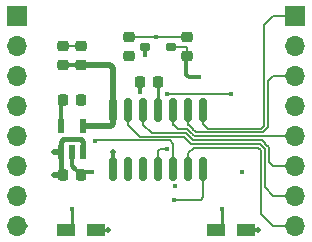
<source format=gbl>
G04 #@! TF.GenerationSoftware,KiCad,Pcbnew,9.0.0*
G04 #@! TF.CreationDate,2025-04-06T21:13:15-04:00*
G04 #@! TF.ProjectId,MiniCamel_riser,4d696e69-4361-46d6-956c-5f7269736572,2.1*
G04 #@! TF.SameCoordinates,PX16e3600PY6052340*
G04 #@! TF.FileFunction,Copper,L4,Bot*
G04 #@! TF.FilePolarity,Positive*
%FSLAX46Y46*%
G04 Gerber Fmt 4.6, Leading zero omitted, Abs format (unit mm)*
G04 Created by KiCad (PCBNEW 9.0.0) date 2025-04-06 21:13:15*
%MOMM*%
%LPD*%
G01*
G04 APERTURE LIST*
G04 Aperture macros list*
%AMRoundRect*
0 Rectangle with rounded corners*
0 $1 Rounding radius*
0 $2 $3 $4 $5 $6 $7 $8 $9 X,Y pos of 4 corners*
0 Add a 4 corners polygon primitive as box body*
4,1,4,$2,$3,$4,$5,$6,$7,$8,$9,$2,$3,0*
0 Add four circle primitives for the rounded corners*
1,1,$1+$1,$2,$3*
1,1,$1+$1,$4,$5*
1,1,$1+$1,$6,$7*
1,1,$1+$1,$8,$9*
0 Add four rect primitives between the rounded corners*
20,1,$1+$1,$2,$3,$4,$5,0*
20,1,$1+$1,$4,$5,$6,$7,0*
20,1,$1+$1,$6,$7,$8,$9,0*
20,1,$1+$1,$8,$9,$2,$3,0*%
G04 Aperture macros list end*
G04 #@! TA.AperFunction,ComponentPad*
%ADD10R,1.700000X1.700000*%
G04 #@! TD*
G04 #@! TA.AperFunction,ComponentPad*
%ADD11O,1.700000X1.700000*%
G04 #@! TD*
G04 #@! TA.AperFunction,SMDPad,CuDef*
%ADD12RoundRect,0.225000X-0.225000X-0.250000X0.225000X-0.250000X0.225000X0.250000X-0.225000X0.250000X0*%
G04 #@! TD*
G04 #@! TA.AperFunction,SMDPad,CuDef*
%ADD13RoundRect,0.225000X-0.250000X0.225000X-0.250000X-0.225000X0.250000X-0.225000X0.250000X0.225000X0*%
G04 #@! TD*
G04 #@! TA.AperFunction,SMDPad,CuDef*
%ADD14R,1.500000X1.000000*%
G04 #@! TD*
G04 #@! TA.AperFunction,SMDPad,CuDef*
%ADD15R,0.600000X1.200000*%
G04 #@! TD*
G04 #@! TA.AperFunction,SMDPad,CuDef*
%ADD16RoundRect,0.225000X0.250000X-0.225000X0.250000X0.225000X-0.250000X0.225000X-0.250000X-0.225000X0*%
G04 #@! TD*
G04 #@! TA.AperFunction,SMDPad,CuDef*
%ADD17RoundRect,0.225000X0.225000X0.250000X-0.225000X0.250000X-0.225000X-0.250000X0.225000X-0.250000X0*%
G04 #@! TD*
G04 #@! TA.AperFunction,SMDPad,CuDef*
%ADD18RoundRect,0.175000X-0.275000X-0.175000X0.275000X-0.175000X0.275000X0.175000X-0.275000X0.175000X0*%
G04 #@! TD*
G04 #@! TA.AperFunction,SMDPad,CuDef*
%ADD19RoundRect,0.150000X-0.150000X0.825000X-0.150000X-0.825000X0.150000X-0.825000X0.150000X0.825000X0*%
G04 #@! TD*
G04 #@! TA.AperFunction,ViaPad*
%ADD20C,0.460000*%
G04 #@! TD*
G04 #@! TA.AperFunction,ViaPad*
%ADD21C,0.450000*%
G04 #@! TD*
G04 #@! TA.AperFunction,Conductor*
%ADD22C,0.300000*%
G04 #@! TD*
G04 #@! TA.AperFunction,Conductor*
%ADD23C,0.200000*%
G04 #@! TD*
G04 #@! TA.AperFunction,Conductor*
%ADD24C,0.250000*%
G04 #@! TD*
G04 #@! TA.AperFunction,Conductor*
%ADD25C,0.500000*%
G04 #@! TD*
G04 #@! TA.AperFunction,Conductor*
%ADD26C,0.400000*%
G04 #@! TD*
G04 #@! TA.AperFunction,Conductor*
%ADD27C,0.127000*%
G04 #@! TD*
G04 #@! TA.AperFunction,Conductor*
%ADD28C,0.360000*%
G04 #@! TD*
G04 #@! TA.AperFunction,Conductor*
%ADD29C,0.180000*%
G04 #@! TD*
G04 APERTURE END LIST*
D10*
X38790000Y12360000D03*
D11*
X38790000Y9820000D03*
X38790000Y7280000D03*
X38790000Y4740000D03*
X38790000Y2200000D03*
X38790000Y-340000D03*
X38790000Y-2880000D03*
X38790000Y-5420000D03*
D10*
X62250000Y12360000D03*
D11*
X62250000Y9820000D03*
X62250000Y7280000D03*
X62250000Y4740000D03*
X62250000Y2200000D03*
X62250000Y-340000D03*
X62250000Y-2880000D03*
X62250000Y-5420000D03*
D12*
X42645000Y5280000D03*
X44195000Y5280000D03*
X42635000Y-1080000D03*
X44185000Y-1080000D03*
D13*
X48237044Y10545000D03*
X48237044Y8995000D03*
D14*
X42920000Y-5790000D03*
X45420000Y-5790000D03*
D15*
X44360000Y815000D03*
X43410000Y815000D03*
X42460000Y815000D03*
X42460000Y3015000D03*
X44360000Y3015000D03*
D14*
X55620000Y-5790000D03*
X58120000Y-5790000D03*
D16*
X44180000Y8240000D03*
X44180000Y9790000D03*
D17*
X50720000Y6760000D03*
X49170000Y6760000D03*
D13*
X42650000Y9790000D03*
X42650000Y8240000D03*
D16*
X53102956Y8995000D03*
X53102956Y10545000D03*
D18*
X49570000Y9770000D03*
X51770000Y9770000D03*
D19*
X46910000Y4390000D03*
X48180000Y4390000D03*
X49450000Y4390000D03*
X50720000Y4390000D03*
X51990000Y4390000D03*
X53260000Y4390000D03*
X54530000Y4390000D03*
X54530000Y-560000D03*
X53260000Y-560000D03*
X51990000Y-560000D03*
X50720000Y-560000D03*
X49450000Y-560000D03*
X48180000Y-560000D03*
X46910000Y-560000D03*
D20*
X46910000Y860000D03*
X59120000Y-5790000D03*
X46430000Y-5790000D03*
X42650000Y9790000D03*
X43587500Y-482500D03*
X44195000Y5280000D03*
X48237044Y8995000D03*
X44180000Y9790000D03*
D21*
X41870000Y815000D03*
X41890000Y-1080000D03*
X45110000Y-890000D03*
X57810000Y-837168D03*
X52110000Y-2000000D03*
X49570000Y9080000D03*
X54173511Y7165000D03*
X43385000Y-3960000D03*
X56085000Y-3967956D03*
X50520000Y10545000D03*
X52040000Y-3240000D03*
X51420000Y5780000D03*
X51420000Y1060000D03*
X56860000Y5780000D03*
X45380000Y1810000D03*
X49170000Y5930000D03*
D22*
X46910000Y-560000D02*
X46910000Y860000D01*
D23*
X51664000Y1816000D02*
X51990000Y1490000D01*
X45380000Y1810000D02*
X45386000Y1816000D01*
X45386000Y1816000D02*
X51664000Y1816000D01*
X51990000Y1490000D02*
X51990000Y-560000D01*
D22*
X58120000Y-5790000D02*
X59120000Y-5790000D01*
D24*
X45420000Y-5790000D02*
X46430000Y-5790000D01*
X43385000Y-3960000D02*
X43385000Y-5790000D01*
X43385000Y-5790000D02*
X42920000Y-5790000D01*
X56085000Y-3967956D02*
X56085000Y-5790000D01*
X56085000Y-5790000D02*
X55620000Y-5790000D01*
D23*
X56860000Y5780000D02*
X51420000Y5780000D01*
D25*
X41890000Y-1080000D02*
X42635000Y-1080000D01*
X41870000Y815000D02*
X42460000Y815000D01*
D22*
X38820000Y9790000D02*
X38790000Y9820000D01*
X43587500Y-482500D02*
X44185000Y-1080000D01*
X45110000Y-890000D02*
X44375000Y-890000D01*
X44375000Y-890000D02*
X44185000Y-1080000D01*
D23*
X42650000Y9790000D02*
X44180000Y9790000D01*
D26*
X44130000Y1940000D02*
X44360000Y1710000D01*
X42670000Y1940000D02*
X44130000Y1940000D01*
X42460000Y815000D02*
X42460000Y1730000D01*
D27*
X42460000Y-905000D02*
X42635000Y-1080000D01*
D26*
X44360000Y1710000D02*
X44360000Y815000D01*
X42460000Y815000D02*
X42460000Y-905000D01*
X42460000Y1730000D02*
X42670000Y1940000D01*
D22*
X43410000Y-305000D02*
X43587500Y-482500D01*
X43410000Y815000D02*
X43410000Y-305000D01*
D25*
X38790000Y-5420000D02*
X39410000Y-5420000D01*
D28*
X49570000Y9080000D02*
X49570000Y9770000D01*
D23*
X53102956Y9737044D02*
X53070000Y9770000D01*
D22*
X54173511Y7165000D02*
X53315000Y7165000D01*
D23*
X53102956Y8995000D02*
X53102956Y9737044D01*
D22*
X53315000Y7165000D02*
X53100000Y7380000D01*
D23*
X53070000Y9770000D02*
X51770000Y9770000D01*
D22*
X53100000Y8992044D02*
X53102956Y8995000D01*
X53100000Y7380000D02*
X53100000Y8992044D01*
D29*
X50520000Y10545000D02*
X53052956Y10545000D01*
X50520000Y10545000D02*
X48237044Y10545000D01*
X53052956Y10545000D02*
X53102956Y10595000D01*
D23*
X54530000Y-3000000D02*
X54530000Y-560000D01*
X54290000Y-3240000D02*
X54530000Y-3000000D01*
X51940000Y-3240000D02*
X54290000Y-3240000D01*
X50860000Y1060000D02*
X50720000Y920000D01*
X50720000Y920000D02*
X50720000Y-560000D01*
X51420000Y1060000D02*
X50860000Y1060000D01*
D28*
X42645000Y5280000D02*
X42460000Y5095000D01*
D27*
X42645000Y4970000D02*
X42635000Y4960000D01*
D28*
X42460000Y5095000D02*
X42460000Y3015000D01*
D27*
X42645000Y5280000D02*
X42645000Y4970000D01*
D25*
X46640000Y8240000D02*
X44180000Y8240000D01*
X46910000Y4390000D02*
X46910000Y7970000D01*
X46910000Y3180000D02*
X46745000Y3015000D01*
X46745000Y3015000D02*
X44360000Y3015000D01*
D22*
X42650000Y8240000D02*
X44180000Y8240000D01*
D25*
X46910000Y7970000D02*
X46640000Y8240000D01*
X46910000Y4390000D02*
X46910000Y3180000D01*
D24*
X50720000Y6760000D02*
X50720000Y4390000D01*
D22*
X49170000Y6760000D02*
X49170000Y5930000D01*
D23*
X54530000Y4390000D02*
X54530000Y3250000D01*
X59436138Y2830000D02*
X59672000Y3065862D01*
X54530000Y3250000D02*
X54950000Y2830000D01*
X60430000Y12360000D02*
X62250000Y12360000D01*
X59672000Y3065862D02*
X59672000Y11602000D01*
X59672000Y11602000D02*
X60430000Y12360000D01*
X54950000Y2830000D02*
X59436138Y2830000D01*
X59315862Y2174000D02*
X59587586Y2174000D01*
X53156138Y2800000D02*
X53348276Y2607862D01*
X51990000Y4390000D02*
X51990000Y3150000D01*
X59044138Y2174000D02*
X59315862Y2174000D01*
X53484138Y2472000D02*
X53540414Y2415724D01*
X54406552Y2174000D02*
X54678276Y2174000D01*
X53348276Y2607862D02*
X53484138Y2472000D01*
X52612690Y2800000D02*
X52884414Y2800000D01*
X59587586Y2174000D02*
X62224000Y2174000D01*
X62224000Y2174000D02*
X62250000Y2200000D01*
X52884414Y2800000D02*
X53156138Y2800000D01*
X53782138Y2174000D02*
X54406552Y2174000D01*
X52340000Y2800000D02*
X52612690Y2800000D01*
X52204138Y2935862D02*
X52340000Y2800000D01*
X53540414Y2415724D02*
X53676276Y2279862D01*
X53676276Y2279862D02*
X53782138Y2174000D01*
X52012000Y3128000D02*
X52204138Y2935862D01*
X54678276Y2174000D02*
X59044138Y2174000D01*
X51990000Y3150000D02*
X52012000Y3128000D01*
X59392000Y978000D02*
X59180000Y1190000D01*
X60440000Y-5420000D02*
X59392000Y-4372000D01*
X53260000Y740000D02*
X53260000Y-560000D01*
X59392000Y-4372000D02*
X59392000Y978000D01*
X62250000Y-5420000D02*
X60440000Y-5420000D01*
X53710000Y1190000D02*
X53260000Y740000D01*
X59180000Y1190000D02*
X53710000Y1190000D01*
X53212414Y2279862D02*
X53020276Y2472000D01*
X62250000Y-340000D02*
X60420000Y-340000D01*
X59855862Y1441862D02*
X59643862Y1653862D01*
X60050000Y920000D02*
X60048000Y922000D01*
X59643862Y1653862D02*
X59451724Y1846000D01*
X52204138Y2472000D02*
X51276414Y2472000D01*
X60050000Y30000D02*
X60050000Y920000D01*
X60048000Y1249724D02*
X59855862Y1441862D01*
X52748552Y2472000D02*
X52204138Y2472000D01*
X59180000Y1846000D02*
X53646276Y1846000D01*
X51276414Y2472000D02*
X50138000Y2472000D01*
X59451724Y1846000D02*
X59180000Y1846000D01*
X60048000Y922000D02*
X60048000Y978000D01*
X53020276Y2472000D02*
X52748552Y2472000D01*
X50138000Y2472000D02*
X49450000Y3160000D01*
X53646276Y1846000D02*
X53212414Y2279862D01*
X49450000Y3160000D02*
X49450000Y4390000D01*
X60048000Y978000D02*
X60048000Y1249724D01*
X60420000Y-340000D02*
X60050000Y30000D01*
X48180000Y3150000D02*
X48180000Y4390000D01*
X59720000Y1113862D02*
X59315862Y1518000D01*
X62250000Y-2880000D02*
X60440000Y-2880000D01*
X60440000Y-2880000D02*
X59720000Y-2160000D01*
X59315862Y1518000D02*
X53510414Y1518000D01*
X52884414Y2144000D02*
X49186000Y2144000D01*
X59720000Y-2160000D02*
X59720000Y1113862D01*
X53510414Y1518000D02*
X52884414Y2144000D01*
X49186000Y2144000D02*
X48180000Y3150000D01*
X53868414Y2551586D02*
X53918000Y2502000D01*
X53260000Y4390000D02*
X53260000Y3160000D01*
X58908276Y2502000D02*
X59180000Y2502000D01*
X53484138Y2935862D02*
X53620000Y2800000D01*
X60000000Y6840000D02*
X60440000Y7280000D01*
X53676276Y2743724D02*
X53812138Y2607862D01*
X53292000Y3128000D02*
X53484138Y2935862D01*
X53620000Y2800000D02*
X53676276Y2743724D01*
X54542414Y2502000D02*
X54814138Y2502000D01*
X59180000Y2502000D02*
X59451724Y2502000D01*
X54814138Y2502000D02*
X58908276Y2502000D01*
X53918000Y2502000D02*
X54270690Y2502000D01*
X59451724Y2502000D02*
X59572000Y2502000D01*
X53812138Y2607862D02*
X53868414Y2551586D01*
X53260000Y3160000D02*
X53292000Y3128000D01*
X60000000Y2930000D02*
X60000000Y6840000D01*
X54270690Y2502000D02*
X54542414Y2502000D01*
X59572000Y2502000D02*
X60000000Y2930000D01*
X60440000Y7280000D02*
X62250000Y7280000D01*
M02*

</source>
